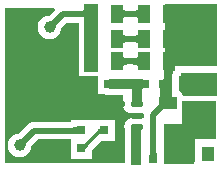
<source format=gtl>
G04*
G04 #@! TF.GenerationSoftware,Altium Limited,Altium Designer,18.0.7 (293)*
G04*
G04 Layer_Physical_Order=1*
G04 Layer_Color=255*
%FSLAX25Y25*%
%MOIN*%
G70*
G01*
G75*
%ADD15O,0.04331X0.02165*%
%ADD16R,0.03150X0.03150*%
%ADD17R,0.03000X0.03000*%
%ADD18R,0.04000X0.05906*%
%ADD19R,0.03000X0.03000*%
%ADD20R,0.03150X0.03150*%
%ADD29C,0.01000*%
%ADD30C,0.01968*%
%ADD31C,0.01181*%
%ADD32R,0.05024X0.22610*%
%ADD33R,0.04187X0.05024*%
%ADD34R,0.17470X0.20935*%
%ADD35R,0.03350X0.06281*%
%ADD36R,0.11336X0.03350*%
%ADD37R,0.11724X0.12561*%
%ADD38R,0.05862X0.04187*%
%ADD39R,0.03089X0.08732*%
%ADD40R,0.10049X0.13398*%
%ADD41R,0.02512X0.17585*%
%ADD42R,0.03614X0.13398*%
%ADD43R,0.02732X0.02032*%
%ADD44R,0.03089X0.07537*%
%ADD45C,0.03937*%
%ADD46C,0.07087*%
%ADD47C,0.02362*%
G36*
X58955Y52824D02*
X58986Y52739D01*
X59036Y52664D01*
X59107Y52599D01*
X59198Y52544D01*
X59310Y52499D01*
X59441Y52464D01*
X59593Y52439D01*
X59765Y52424D01*
X59957Y52419D01*
Y51419D01*
X59765Y51414D01*
X59593Y51399D01*
X59441Y51374D01*
X59310Y51339D01*
X59198Y51294D01*
X59107Y51239D01*
X59036Y51174D01*
X58986Y51099D01*
X58955Y51014D01*
X58945Y50919D01*
Y51387D01*
X57938Y51323D01*
X57812Y51293D01*
X57721Y51260D01*
X57665Y51223D01*
Y52616D01*
X57721Y52578D01*
X57812Y52545D01*
X57938Y52516D01*
X58099Y52490D01*
X58523Y52451D01*
X58945Y52437D01*
Y52919D01*
X58955Y52824D01*
D02*
G37*
G36*
X46568Y49951D02*
X46548Y50138D01*
X46489Y50305D01*
X46390Y50453D01*
X46251Y50581D01*
X46073Y50689D01*
X45855Y50778D01*
X45598Y50846D01*
X45300Y50896D01*
X44964Y50925D01*
X44587Y50935D01*
Y52903D01*
X44964Y52913D01*
X45300Y52943D01*
X45598Y52992D01*
X45855Y53061D01*
X46073Y53149D01*
X46251Y53258D01*
X46390Y53386D01*
X46489Y53533D01*
X46548Y53701D01*
X46568Y53888D01*
Y49951D01*
D02*
G37*
G36*
X41380Y53701D02*
X41439Y53533D01*
X41538Y53386D01*
X41677Y53258D01*
X41855Y53149D01*
X42073Y53061D01*
X42330Y52992D01*
X42627Y52943D01*
X42964Y52913D01*
X43340Y52903D01*
Y50935D01*
X42964Y50925D01*
X42627Y50896D01*
X42330Y50846D01*
X42073Y50778D01*
X41855Y50689D01*
X41677Y50581D01*
X41538Y50453D01*
X41439Y50305D01*
X41380Y50138D01*
X41360Y49951D01*
Y53888D01*
X41380Y53701D01*
D02*
G37*
G36*
X28983Y49951D02*
X28963Y50138D01*
X28903Y50305D01*
X28804Y50453D01*
X28666Y50581D01*
X28488Y50689D01*
X28270Y50778D01*
X28012Y50846D01*
X27715Y50896D01*
X27378Y50925D01*
X27002Y50935D01*
Y52903D01*
X27378Y52913D01*
X27715Y52943D01*
X28012Y52992D01*
X28270Y53061D01*
X28488Y53149D01*
X28666Y53258D01*
X28804Y53386D01*
X28903Y53533D01*
X28963Y53701D01*
X28983Y53888D01*
Y49951D01*
D02*
G37*
G36*
X20015Y48993D02*
X19815Y48788D01*
X19342Y48232D01*
X19227Y48066D01*
X19133Y47911D01*
X19060Y47766D01*
X19008Y47630D01*
X18978Y47505D01*
X18968Y47390D01*
X17020Y49338D01*
X17135Y49348D01*
X17260Y49379D01*
X17395Y49430D01*
X17541Y49503D01*
X17696Y49597D01*
X17862Y49713D01*
X18222Y50007D01*
X18418Y50185D01*
X18623Y50385D01*
X20015Y48993D01*
D02*
G37*
G36*
X58751Y48959D02*
X58583Y48900D01*
X58436Y48801D01*
X58308Y48663D01*
X58200Y48486D01*
X58111Y48270D01*
X58042Y48014D01*
X57995Y47730D01*
X58042Y47444D01*
X58111Y47187D01*
X58200Y46969D01*
X58308Y46791D01*
X58436Y46652D01*
X58583Y46553D01*
X58751Y46494D01*
X58938Y46474D01*
X55001D01*
X55188Y46494D01*
X55355Y46553D01*
X55503Y46652D01*
X55631Y46791D01*
X55739Y46969D01*
X55827Y47187D01*
X55896Y47444D01*
X55944Y47730D01*
X55896Y48014D01*
X55827Y48270D01*
X55739Y48486D01*
X55631Y48663D01*
X55503Y48801D01*
X55355Y48900D01*
X55188Y48959D01*
X55001Y48978D01*
X58938D01*
X58751Y48959D01*
D02*
G37*
G36*
X32740D02*
X32573Y48900D01*
X32425Y48801D01*
X32297Y48663D01*
X32189Y48486D01*
X32100Y48270D01*
X32031Y48014D01*
X31984Y47730D01*
X32031Y47444D01*
X32100Y47187D01*
X32189Y46969D01*
X32297Y46791D01*
X32425Y46652D01*
X32573Y46553D01*
X32740Y46494D01*
X32927Y46474D01*
X28990D01*
X29177Y46494D01*
X29344Y46553D01*
X29492Y46652D01*
X29620Y46791D01*
X29728Y46969D01*
X29817Y47187D01*
X29886Y47444D01*
X29933Y47730D01*
X29886Y48014D01*
X29817Y48270D01*
X29728Y48486D01*
X29620Y48663D01*
X29492Y48801D01*
X29344Y48900D01*
X29177Y48959D01*
X28990Y48978D01*
X32927D01*
X32740Y48959D01*
D02*
G37*
G36*
X46568Y41577D02*
X46548Y41764D01*
X46489Y41931D01*
X46390Y42079D01*
X46251Y42207D01*
X46073Y42315D01*
X45855Y42404D01*
X45598Y42472D01*
X45300Y42522D01*
X44964Y42551D01*
X44587Y42561D01*
Y44530D01*
X44964Y44539D01*
X45300Y44569D01*
X45598Y44618D01*
X45855Y44687D01*
X46073Y44776D01*
X46251Y44884D01*
X46390Y45012D01*
X46489Y45159D01*
X46548Y45327D01*
X46568Y45514D01*
Y41577D01*
D02*
G37*
G36*
X41380Y45327D02*
X41439Y45159D01*
X41538Y45012D01*
X41677Y44884D01*
X41855Y44776D01*
X42073Y44687D01*
X42330Y44618D01*
X42627Y44569D01*
X42964Y44539D01*
X43340Y44530D01*
Y42561D01*
X42964Y42551D01*
X42627Y42522D01*
X42330Y42472D01*
X42073Y42404D01*
X41855Y42315D01*
X41677Y42207D01*
X41538Y42079D01*
X41439Y41931D01*
X41380Y41764D01*
X41360Y41577D01*
Y45514D01*
X41380Y45327D01*
D02*
G37*
G36*
X65839Y44289D02*
X65904Y43904D01*
X66013Y43539D01*
X66165Y43195D01*
X66361Y42872D01*
X66600Y42570D01*
X66883Y42287D01*
X67209Y42026D01*
X67578Y41785D01*
X67991Y41565D01*
X63292Y39977D01*
X63582Y40562D01*
X64436Y42574D01*
X64573Y42996D01*
X64756Y43740D01*
X64802Y44063D01*
X64817Y44353D01*
X65817Y44695D01*
X65839Y44289D01*
D02*
G37*
G36*
X57962Y40604D02*
X58938D01*
X58751Y40585D01*
X58583Y40526D01*
X58436Y40427D01*
X58308Y40290D01*
X58200Y40112D01*
X58111Y39896D01*
X58078Y39773D01*
X58111Y39650D01*
X58200Y39432D01*
X58308Y39254D01*
X58436Y39116D01*
X58583Y39017D01*
X58751Y38957D01*
X58938Y38937D01*
X57961D01*
X57954Y38636D01*
X55985D01*
X55977Y38937D01*
X55001D01*
X55188Y38957D01*
X55355Y39017D01*
X55503Y39116D01*
X55631Y39254D01*
X55739Y39432D01*
X55827Y39650D01*
X55860Y39773D01*
X55827Y39896D01*
X55739Y40112D01*
X55631Y40290D01*
X55503Y40427D01*
X55355Y40526D01*
X55188Y40585D01*
X55001Y40604D01*
X55977D01*
X55985Y40918D01*
X57954D01*
X57962Y40604D01*
D02*
G37*
G36*
X31951D02*
X32927D01*
X32740Y40585D01*
X32573Y40526D01*
X32425Y40427D01*
X32297Y40290D01*
X32189Y40112D01*
X32100Y39896D01*
X32067Y39773D01*
X32100Y39650D01*
X32189Y39432D01*
X32297Y39254D01*
X32425Y39116D01*
X32573Y39017D01*
X32740Y38957D01*
X32927Y38937D01*
X31951D01*
X31943Y38636D01*
X29974D01*
X29966Y38937D01*
X28990D01*
X29177Y38957D01*
X29344Y39017D01*
X29492Y39116D01*
X29620Y39254D01*
X29728Y39432D01*
X29817Y39650D01*
X29850Y39773D01*
X29817Y39896D01*
X29728Y40112D01*
X29620Y40290D01*
X29492Y40427D01*
X29344Y40526D01*
X29177Y40585D01*
X28990Y40604D01*
X29966D01*
X29974Y40918D01*
X31943D01*
X31951Y40604D01*
D02*
G37*
G36*
X58955Y36914D02*
X58986Y36829D01*
X59036Y36754D01*
X59107Y36689D01*
X59198Y36634D01*
X59310Y36589D01*
X59441Y36554D01*
X59593Y36529D01*
X59765Y36514D01*
X59957Y36509D01*
Y35509D01*
X59765Y35504D01*
X59593Y35489D01*
X59441Y35464D01*
X59310Y35429D01*
X59198Y35384D01*
X59107Y35329D01*
X59036Y35264D01*
X58986Y35189D01*
X58955Y35104D01*
X58945Y35009D01*
Y35476D01*
X57992Y35416D01*
X57938Y35412D01*
X57812Y35383D01*
X57721Y35350D01*
X57665Y35312D01*
Y36705D01*
X57721Y36668D01*
X57812Y36634D01*
X57938Y36605D01*
X58099Y36579D01*
X58523Y36540D01*
X58945Y36526D01*
Y37009D01*
X58955Y36914D01*
D02*
G37*
G36*
X65625Y34929D02*
X65149Y35039D01*
X62991Y35416D01*
X62605Y35456D01*
X61533Y35509D01*
X60604Y36509D01*
X61027Y36529D01*
X61406Y36590D01*
X61743Y36691D01*
X62038Y36832D01*
X62290Y37014D01*
X62499Y37237D01*
X62666Y37500D01*
X62791Y37803D01*
X62872Y38147D01*
X62912Y38532D01*
X65625Y34929D01*
D02*
G37*
G36*
X46568Y34040D02*
X46548Y34227D01*
X46489Y34394D01*
X46390Y34542D01*
X46251Y34670D01*
X46073Y34778D01*
X45855Y34867D01*
X45598Y34936D01*
X45300Y34985D01*
X44964Y35015D01*
X44587Y35024D01*
Y36993D01*
X44964Y37003D01*
X45300Y37032D01*
X45598Y37081D01*
X45855Y37150D01*
X46073Y37239D01*
X46251Y37347D01*
X46390Y37475D01*
X46489Y37623D01*
X46548Y37790D01*
X46568Y37977D01*
Y34040D01*
D02*
G37*
G36*
X41380Y37790D02*
X41439Y37623D01*
X41538Y37475D01*
X41677Y37347D01*
X41855Y37239D01*
X42073Y37150D01*
X42330Y37081D01*
X42627Y37032D01*
X42964Y37003D01*
X43340Y36993D01*
Y35024D01*
X42964Y35015D01*
X42627Y34985D01*
X42330Y34936D01*
X42073Y34867D01*
X41855Y34778D01*
X41677Y34670D01*
X41538Y34542D01*
X41439Y34394D01*
X41380Y34227D01*
X41360Y34040D01*
Y37977D01*
X41380Y37790D01*
D02*
G37*
G36*
X47451Y28042D02*
X47557Y27972D01*
X47557Y27972D01*
X47451Y27966D01*
Y27472D01*
X47441Y27567D01*
X47411Y27652D01*
X47360Y27727D01*
X47289Y27792D01*
X47198Y27847D01*
X47087Y27892D01*
X47082Y27893D01*
X47047Y27882D01*
X46917Y27812D01*
X46807Y27722D01*
X46717Y27612D01*
X46647Y27482D01*
X46597Y27332D01*
X46567Y27162D01*
X46557Y26972D01*
X45557D01*
Y26972D01*
X45557D01*
X45547Y27162D01*
X45517Y27332D01*
X45467Y27482D01*
X45397Y27612D01*
X45307Y27722D01*
X45197Y27812D01*
X45067Y27882D01*
X44917Y27932D01*
X44747Y27962D01*
X44557Y27972D01*
X44557Y27972D01*
X44557D01*
X46057Y28972D01*
X46439Y28717D01*
Y28972D01*
X46632Y28977D01*
X46804Y28992D01*
X46955Y29017D01*
X47087Y29052D01*
X47198Y29097D01*
X47289Y29152D01*
X47360Y29217D01*
X47411Y29292D01*
X47441Y29377D01*
X47451Y29472D01*
Y28042D01*
D02*
G37*
G36*
X37974Y29377D02*
X38004Y29292D01*
X38055Y29217D01*
X38126Y29152D01*
X38217Y29097D01*
X38328Y29052D01*
X38460Y29017D01*
X38611Y28992D01*
X38783Y28977D01*
X38976Y28972D01*
Y27972D01*
X38783Y27967D01*
X38611Y27952D01*
X38460Y27927D01*
X38328Y27892D01*
X38217Y27847D01*
X38126Y27792D01*
X38055Y27727D01*
X38004Y27652D01*
X37974Y27567D01*
X37964Y27472D01*
Y29472D01*
X37974Y29377D01*
D02*
G37*
G36*
X72738Y24617D02*
X61396D01*
X61310Y25053D01*
X60875Y25704D01*
X60224Y26139D01*
X60007Y26182D01*
Y29667D01*
Y31087D01*
X60938D01*
Y32326D01*
X72738D01*
Y24617D01*
D02*
G37*
G36*
X58751Y33048D02*
X58583Y32989D01*
X58436Y32891D01*
X58308Y32753D01*
X58200Y32576D01*
X58111Y32359D01*
X58042Y32103D01*
X57993Y31808D01*
X57963Y31473D01*
X57954Y31099D01*
X57482D01*
X57954Y30530D01*
X56347Y26984D01*
X56399D01*
X56341Y26972D01*
X56155Y26561D01*
X56201Y26564D01*
X56273Y26616D01*
X57665Y25224D01*
X57420Y24952D01*
X57231Y24678D01*
X57096Y24404D01*
X57016Y24130D01*
X56991Y23855D01*
X57022Y23579D01*
X57108Y23303D01*
X57203Y23115D01*
X57302Y23045D01*
X57505Y22923D01*
X57687Y22835D01*
X57848Y22783D01*
X57989Y22766D01*
X58109Y22784D01*
X57570Y22608D01*
X57695Y22470D01*
X57479Y22579D01*
X55439Y21914D01*
X56916Y20648D01*
X56755Y20750D01*
X56570Y20799D01*
X56360Y20796D01*
X56126Y20741D01*
X55868Y20635D01*
X55585Y20476D01*
X55277Y20265D01*
X54945Y20002D01*
X54589Y19687D01*
X54208Y19320D01*
X52844Y20740D01*
X53347Y21236D01*
X54730Y22456D01*
X54809Y22504D01*
X54801Y22515D01*
X54641Y22711D01*
X54215Y23166D01*
X55182Y23727D01*
X54911Y23862D01*
X55172Y25015D01*
X53927D01*
X53922Y25389D01*
X53846Y26275D01*
X53801Y26491D01*
X53745Y26669D01*
X53680Y26807D01*
X53604Y26905D01*
X53519Y26964D01*
X53423Y26984D01*
X55618D01*
X55801Y27790D01*
X55800Y27791D01*
X55743Y27833D01*
X55679Y27828D01*
X55607Y27776D01*
X54593Y29546D01*
X54857Y29830D01*
X55094Y30125D01*
X55303Y30433D01*
X55484Y30751D01*
X55637Y31082D01*
X55762Y31424D01*
X55860Y31777D01*
X55908Y32032D01*
X55896Y32103D01*
X55827Y32359D01*
X55739Y32576D01*
X55631Y32753D01*
X55503Y32891D01*
X55355Y32989D01*
X55188Y33048D01*
X55001Y33068D01*
X58938D01*
X58751Y33048D01*
D02*
G37*
G36*
X46559Y24165D02*
X46620Y23214D01*
X46637Y23148D01*
X46682Y23037D01*
X46737Y22946D01*
X46802Y22875D01*
X46877Y22825D01*
X46962Y22794D01*
X47057Y22784D01*
X46647D01*
X46653Y22685D01*
X46683Y22559D01*
X46716Y22468D01*
X46753Y22412D01*
X45361D01*
X45398Y22468D01*
X45431Y22559D01*
X45461Y22685D01*
X45477Y22784D01*
X45057D01*
X45152Y22794D01*
X45237Y22825D01*
X45312Y22875D01*
X45377Y22946D01*
X45432Y23037D01*
X45477Y23148D01*
X45512Y23280D01*
X45529Y23386D01*
X45555Y24165D01*
X45557Y24532D01*
X46557D01*
X46559Y24165D01*
D02*
G37*
G36*
X18694Y53276D02*
X16723Y51305D01*
X15972Y51206D01*
X15014Y50809D01*
X14192Y50178D01*
X13561Y49356D01*
X13164Y48398D01*
X13029Y47370D01*
X13164Y46342D01*
X13561Y45385D01*
X14192Y44562D01*
X15014Y43931D01*
X15972Y43534D01*
X17000Y43399D01*
X18028Y43534D01*
X18985Y43931D01*
X19808Y44562D01*
X20439Y45385D01*
X20836Y46342D01*
X20934Y47093D01*
X22783Y48941D01*
X26990D01*
Y46998D01*
Y38624D01*
Y31087D01*
X33019D01*
Y25003D01*
X35629D01*
X35720Y24943D01*
X36488Y24790D01*
X41538D01*
Y20935D01*
X41691Y20167D01*
X42126Y19516D01*
X42777Y19081D01*
X43545Y18928D01*
X43733D01*
X44178Y18744D01*
X44974Y18639D01*
X47140D01*
X47936Y18744D01*
X48182Y18845D01*
X48542Y18607D01*
X48631Y18428D01*
X48583Y18065D01*
Y17391D01*
X48167Y17113D01*
X47936Y17209D01*
X47140Y17313D01*
X44974D01*
X44178Y17209D01*
X43436Y16901D01*
X42798Y16412D01*
X42764Y16368D01*
X42699Y16324D01*
X42484Y16002D01*
X42309Y15775D01*
X42272Y15686D01*
X42264Y15673D01*
X42261Y15658D01*
X42002Y15032D01*
X41897Y14236D01*
X42002Y13439D01*
X42111Y13175D01*
Y11404D01*
X42043Y10886D01*
X42111Y10369D01*
Y6818D01*
X42109D01*
Y2262D01*
X2262D01*
Y53738D01*
X18503D01*
X18694Y53276D01*
D02*
G37*
G36*
X47401Y13218D02*
X47325Y13172D01*
X47259Y13097D01*
X47201Y12991D01*
X47152Y12855D01*
X47112Y12689D01*
X47081Y12493D01*
X47059Y12267D01*
X47041Y11724D01*
X45073D01*
X45068Y12010D01*
X45033Y12493D01*
X45002Y12689D01*
X44962Y12855D01*
X44913Y12991D01*
X44855Y13097D01*
X44789Y13172D01*
X44714Y13218D01*
X44629Y13233D01*
X47485D01*
X47401Y13218D01*
D02*
G37*
G36*
X59058Y13630D02*
X59042Y13538D01*
X59029Y13401D01*
X58999Y12716D01*
X58984Y11168D01*
X57016D01*
X57006Y11575D01*
X56976Y11935D01*
X56927Y12250D01*
X56858Y12517D01*
X56770Y12739D01*
X56661Y12913D01*
X56533Y13042D01*
X56386Y13124D01*
X56218Y13159D01*
X56032Y13148D01*
X59075Y13676D01*
X59058Y13630D01*
D02*
G37*
G36*
X52551Y6432D02*
X52626Y5546D01*
X52672Y5330D01*
X52727Y5153D01*
X52793Y5015D01*
X52868Y4916D01*
X52954Y4857D01*
X53049Y4838D01*
X50073D01*
X50169Y4857D01*
X50255Y4916D01*
X50330Y5015D01*
X50396Y5153D01*
X50451Y5330D01*
X50497Y5546D01*
X50532Y5802D01*
X50572Y6432D01*
X50577Y6806D01*
X52546D01*
X52551Y6432D01*
D02*
G37*
G36*
X46213D02*
X46238Y6097D01*
X46281Y5802D01*
X46342Y5546D01*
X46419Y5330D01*
X46514Y5153D01*
X46626Y5015D01*
X46755Y4916D01*
X46902Y4857D01*
X47066Y4838D01*
X44090D01*
X44117Y4857D01*
X44142Y4916D01*
X44164Y5015D01*
X44183Y5153D01*
X44212Y5546D01*
X44235Y6806D01*
X46204D01*
X46213Y6432D01*
D02*
G37*
%LPC*%
G36*
X55921Y27404D02*
X55929Y27237D01*
X55956Y27007D01*
X55959Y26988D01*
X55951Y27155D01*
X55924Y27384D01*
X55921Y27404D01*
D02*
G37*
G36*
X38696Y16582D02*
X31610D01*
Y14745D01*
X31603Y14740D01*
X31103Y15008D01*
Y16510D01*
X24166D01*
Y15970D01*
X11992D01*
X11221Y15869D01*
X10503Y15571D01*
X9886Y15098D01*
X6723Y11934D01*
X5972Y11836D01*
X5015Y11439D01*
X4192Y10808D01*
X3561Y9985D01*
X3164Y9028D01*
X3029Y8000D01*
X3164Y6972D01*
X3561Y6015D01*
X4192Y5192D01*
X5015Y4561D01*
X5972Y4164D01*
X7000Y4029D01*
X8028Y4164D01*
X8986Y4561D01*
X9808Y5192D01*
X10439Y6015D01*
X10836Y6972D01*
X10934Y7723D01*
X13226Y10014D01*
X24166D01*
Y3589D01*
X31103D01*
Y6460D01*
X34138Y9495D01*
X38696D01*
Y16582D01*
D02*
G37*
%LPD*%
G36*
X26146Y11553D02*
X26127Y11639D01*
X26068Y11717D01*
X25969Y11785D01*
X25831Y11844D01*
X25654Y11894D01*
X25438Y11935D01*
X25182Y11967D01*
X24552Y12003D01*
X24178Y12008D01*
Y13976D01*
X24552Y13982D01*
X25182Y14026D01*
X25438Y14065D01*
X25654Y14115D01*
X25831Y14175D01*
X25969Y14247D01*
X26068Y14330D01*
X26127Y14424D01*
X26146Y14529D01*
Y11553D01*
D02*
G37*
G36*
X33590Y11476D02*
X33582Y11522D01*
X33557Y11546D01*
X33515Y11547D01*
X33457Y11526D01*
X33381Y11482D01*
X33290Y11416D01*
X33181Y11328D01*
X32914Y11083D01*
X32755Y10927D01*
X32337Y12180D01*
X32576Y12427D01*
X32976Y12894D01*
X33139Y13116D01*
X33277Y13329D01*
X33390Y13533D01*
X33477Y13729D01*
X33540Y13917D01*
X33578Y14097D01*
X33590Y14268D01*
Y11476D01*
D02*
G37*
G36*
X29957Y8130D02*
X29742Y7906D01*
X29400Y7497D01*
X29272Y7311D01*
X29174Y7138D01*
X29105Y6977D01*
X29066Y6829D01*
X29055Y6693D01*
X29074Y6570D01*
X29122Y6459D01*
X27867Y8545D01*
X27940Y8460D01*
X28034Y8412D01*
X28149Y8401D01*
X28285Y8429D01*
X28442Y8493D01*
X28619Y8596D01*
X28817Y8736D01*
X29037Y8913D01*
X29538Y9380D01*
X29957Y8130D01*
D02*
G37*
G36*
X10015Y9623D02*
X9815Y9418D01*
X9342Y8862D01*
X9227Y8696D01*
X9133Y8541D01*
X9060Y8395D01*
X9008Y8260D01*
X8978Y8135D01*
X8968Y8020D01*
X7020Y9968D01*
X7135Y9978D01*
X7260Y10008D01*
X7395Y10060D01*
X7541Y10133D01*
X7696Y10227D01*
X7862Y10343D01*
X8222Y10637D01*
X8418Y10815D01*
X8623Y11015D01*
X10015Y9623D01*
D02*
G37*
D15*
X57057Y21716D02*
D03*
Y14216D02*
D03*
X46057Y14236D02*
D03*
X46057Y17976D02*
D03*
Y21716D02*
D03*
D16*
X35153Y13038D02*
D03*
Y6739D02*
D03*
D17*
X27634Y13041D02*
D03*
Y7057D02*
D03*
D18*
X48544Y36009D02*
D03*
X56969D02*
D03*
X48544Y51919D02*
D03*
X56969D02*
D03*
X48544Y43545D02*
D03*
X56969Y43545D02*
D03*
X30959Y51919D02*
D03*
X39384D02*
D03*
X30959Y43545D02*
D03*
X39384D02*
D03*
X30959Y36009D02*
D03*
X39384D02*
D03*
D19*
X54911Y28472D02*
D03*
X48927D02*
D03*
X30504D02*
D03*
X36488D02*
D03*
X51561Y3350D02*
D03*
X45578D02*
D03*
D20*
X69748Y4187D02*
D03*
X64236D02*
D03*
D29*
X64480Y36009D02*
X66155Y37683D01*
X56969Y36009D02*
X64480D01*
X65317Y39508D02*
X66452Y38374D01*
X65317Y39508D02*
Y48398D01*
X61796Y51919D02*
X65317Y48398D01*
X56969Y51919D02*
X61796D01*
X56943Y38521D02*
X57090Y38374D01*
X46057Y28472D02*
X46057Y28472D01*
Y21716D02*
Y28472D01*
X36488Y28472D02*
X48927D01*
X46847Y21716D02*
X46894Y21763D01*
X46001Y21772D02*
X46057Y21716D01*
D30*
X56969Y25920D02*
Y36009D01*
X54911Y23862D02*
X56969Y25920D01*
Y43545D02*
Y51919D01*
Y36009D02*
Y43545D01*
X55212Y21716D02*
X57057D01*
X51561Y18065D02*
X55212Y21716D01*
X51561Y3350D02*
Y18065D01*
X54911Y23862D02*
X57057Y21716D01*
X54911Y23862D02*
Y28472D01*
X56969Y33615D02*
X57584Y33000D01*
X54911Y28472D02*
X56106Y29667D01*
Y31521D01*
X56969Y43545D02*
Y51919D01*
Y36009D02*
Y43545D01*
Y33615D02*
Y36009D01*
X61968Y4187D02*
X64236D01*
X58000Y8155D02*
X61968Y4187D01*
X58000Y8155D02*
Y13273D01*
X46001Y21772D02*
X46057Y21716D01*
X45220Y4666D02*
Y10886D01*
X46057Y11724D01*
Y14236D01*
X11992Y12992D02*
X27000D01*
X7000Y8000D02*
X11992Y12992D01*
X54911Y28472D02*
X56969Y30530D01*
Y36009D01*
X21549Y51919D02*
X30959D01*
X17000Y47370D02*
X21549Y51919D01*
X56969Y43545D02*
Y51919D01*
Y36009D02*
Y43545D01*
X30959D02*
Y51919D01*
Y36009D02*
Y43545D01*
X39384Y36009D02*
X48544D01*
X48544Y43545D02*
X48544Y43545D01*
X39384Y43545D02*
X48544D01*
X39384Y51919D02*
X48544D01*
D31*
X28001Y7008D02*
X33982Y12990D01*
X27000Y7008D02*
X28001D01*
D32*
X30984Y43964D02*
D03*
D33*
X69923Y5024D02*
D03*
D34*
X64003Y44801D02*
D03*
D35*
X46057Y24913D02*
D03*
D36*
X42514Y28472D02*
D03*
D37*
X66992Y16329D02*
D03*
D38*
X56525Y22191D02*
D03*
D39*
X56455Y25301D02*
D03*
D40*
X60293Y8374D02*
D03*
D41*
X64061Y11305D02*
D03*
D42*
X45925Y8206D02*
D03*
D43*
X56634Y27813D02*
D03*
D44*
X56455Y30565D02*
D03*
D45*
X7000Y8000D02*
D03*
X17000D02*
D03*
X7000Y47370D02*
D03*
X17000D02*
D03*
D46*
X66452Y18374D02*
D03*
Y28374D02*
D03*
Y38374D02*
D03*
D47*
X30984Y18374D02*
D03*
X25959Y22657D02*
D03*
X41033Y18065D02*
D03*
X30959Y22610D02*
D03*
X61024Y29309D02*
D03*
X69504Y6460D02*
D03*
X41065Y21772D02*
D03*
X19260Y17585D02*
D03*
X8986D02*
D03*
Y43399D02*
D03*
X19260Y25527D02*
D03*
X18985Y32659D02*
D03*
Y38521D02*
D03*
X8986Y25527D02*
D03*
Y31821D02*
D03*
Y36846D02*
D03*
X45220Y10886D02*
D03*
M02*

</source>
